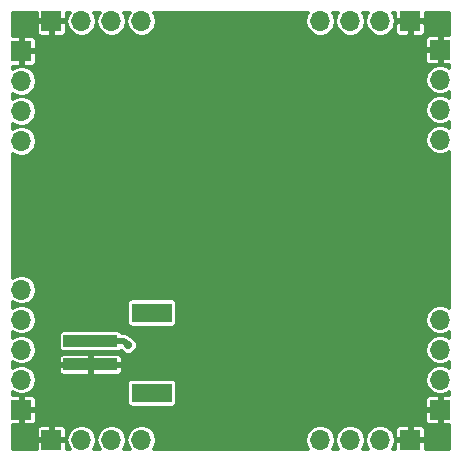
<source format=gbl>
G04 #@! TF.GenerationSoftware,KiCad,Pcbnew,5.0.2-5.0.2*
G04 #@! TF.CreationDate,2019-03-07T18:12:43+01:00*
G04 #@! TF.ProjectId,battery-manager,62617474-6572-4792-9d6d-616e61676572,rev?*
G04 #@! TF.SameCoordinates,PX7270e00PY5f5e100*
G04 #@! TF.FileFunction,Copper,L2,Bot*
G04 #@! TF.FilePolarity,Positive*
%FSLAX46Y46*%
G04 Gerber Fmt 4.6, Leading zero omitted, Abs format (unit mm)*
G04 Created by KiCad (PCBNEW 5.0.2-5.0.2) date Do 07 Mär 2019 18:12:43 CET*
%MOMM*%
%LPD*%
G01*
G04 APERTURE LIST*
G04 #@! TA.AperFunction,SMDPad,CuDef*
%ADD10R,4.599940X0.998220*%
G04 #@! TD*
G04 #@! TA.AperFunction,SMDPad,CuDef*
%ADD11R,3.398520X1.597660*%
G04 #@! TD*
G04 #@! TA.AperFunction,ComponentPad*
%ADD12O,1.700000X1.700000*%
G04 #@! TD*
G04 #@! TA.AperFunction,ComponentPad*
%ADD13R,1.700000X1.700000*%
G04 #@! TD*
G04 #@! TA.AperFunction,ViaPad*
%ADD14C,0.400000*%
G04 #@! TD*
G04 #@! TA.AperFunction,ViaPad*
%ADD15C,0.700000*%
G04 #@! TD*
G04 #@! TA.AperFunction,Conductor*
%ADD16C,0.508000*%
G04 #@! TD*
G04 #@! TA.AperFunction,Conductor*
%ADD17C,0.254000*%
G04 #@! TD*
G04 APERTURE END LIST*
D10*
G04 #@! TO.P,J10,1*
G04 #@! TO.N,GND*
X7124929Y7649721D03*
G04 #@! TO.P,J10,2*
G04 #@! TO.N,/BAT*
X7124929Y9646161D03*
D11*
G04 #@! TO.P,J10,NC1*
G04 #@! TO.N,Net-(J10-PadNC1)*
X12321769Y5249421D03*
G04 #@! TO.P,J10,NC2*
G04 #@! TO.N,Net-(J10-PadNC2)*
X12321769Y12046461D03*
G04 #@! TD*
D12*
G04 #@! TO.P,J8,4*
G04 #@! TO.N,Net-(J8-Pad4)*
X36730000Y11430000D03*
G04 #@! TO.P,J8,3*
G04 #@! TO.N,Net-(J8-Pad3)*
X36730000Y8890000D03*
G04 #@! TO.P,J8,2*
G04 #@! TO.N,Net-(J8-Pad2)*
X36730000Y6350000D03*
D13*
G04 #@! TO.P,J8,1*
G04 #@! TO.N,GND*
X36730000Y3810000D03*
G04 #@! TD*
G04 #@! TO.P,J7,1*
G04 #@! TO.N,GND*
X34190000Y36730000D03*
D12*
G04 #@! TO.P,J7,2*
G04 #@! TO.N,Net-(J7-Pad2)*
X31650000Y36730000D03*
G04 #@! TO.P,J7,3*
G04 #@! TO.N,Net-(J7-Pad3)*
X29110000Y36730000D03*
G04 #@! TO.P,J7,4*
G04 #@! TO.N,Net-(J7-Pad4)*
X26570000Y36730000D03*
G04 #@! TD*
D13*
G04 #@! TO.P,J2,1*
G04 #@! TO.N,GND*
X34190000Y1270000D03*
D12*
G04 #@! TO.P,J2,2*
G04 #@! TO.N,Net-(J2-Pad2)*
X31650000Y1270000D03*
G04 #@! TO.P,J2,3*
G04 #@! TO.N,Net-(J2-Pad3)*
X29110000Y1270000D03*
G04 #@! TO.P,J2,4*
G04 #@! TO.N,Net-(J2-Pad4)*
X26570000Y1270000D03*
G04 #@! TD*
G04 #@! TO.P,J3,4*
G04 #@! TO.N,Net-(J3-Pad4)*
X36730000Y26670000D03*
G04 #@! TO.P,J3,3*
G04 #@! TO.N,Net-(J3-Pad3)*
X36730000Y29210000D03*
G04 #@! TO.P,J3,2*
G04 #@! TO.N,Net-(J3-Pad2)*
X36730000Y31750000D03*
D13*
G04 #@! TO.P,J3,1*
G04 #@! TO.N,GND*
X36730000Y34290000D03*
G04 #@! TD*
G04 #@! TO.P,J5,1*
G04 #@! TO.N,GND*
X3810000Y1270000D03*
D12*
G04 #@! TO.P,J5,2*
G04 #@! TO.N,Net-(J5-Pad2)*
X6350000Y1270000D03*
G04 #@! TO.P,J5,3*
G04 #@! TO.N,Net-(J5-Pad3)*
X8890000Y1270000D03*
G04 #@! TO.P,J5,4*
G04 #@! TO.N,Net-(J5-Pad4)*
X11430000Y1270000D03*
G04 #@! TD*
G04 #@! TO.P,J6,4*
G04 #@! TO.N,Net-(J6-Pad4)*
X1270000Y26570000D03*
G04 #@! TO.P,J6,3*
G04 #@! TO.N,Net-(J6-Pad3)*
X1270000Y29110000D03*
G04 #@! TO.P,J6,2*
G04 #@! TO.N,/VOUT*
X1270000Y31650000D03*
D13*
G04 #@! TO.P,J6,1*
G04 #@! TO.N,GND*
X1270000Y34190000D03*
G04 #@! TD*
G04 #@! TO.P,J4,1*
G04 #@! TO.N,GND*
X3810000Y36730000D03*
D12*
G04 #@! TO.P,J4,2*
G04 #@! TO.N,Net-(J4-Pad2)*
X6350000Y36730000D03*
G04 #@! TO.P,J4,3*
G04 #@! TO.N,Net-(J4-Pad3)*
X8890000Y36730000D03*
G04 #@! TO.P,J4,4*
G04 #@! TO.N,Net-(J4-Pad4)*
X11430000Y36730000D03*
G04 #@! TD*
D13*
G04 #@! TO.P,J1,1*
G04 #@! TO.N,GND*
X1270000Y3810000D03*
D12*
G04 #@! TO.P,J1,2*
G04 #@! TO.N,Net-(J1-Pad2)*
X1270000Y6350000D03*
G04 #@! TO.P,J1,3*
G04 #@! TO.N,Net-(J1-Pad3)*
X1270000Y8890000D03*
G04 #@! TO.P,J1,4*
G04 #@! TO.N,Net-(J1-Pad4)*
X1270000Y11430000D03*
G04 #@! TO.P,J1,5*
G04 #@! TO.N,/USB_VBUS*
X1270000Y13970000D03*
G04 #@! TD*
D14*
G04 #@! TO.N,GND*
X5823169Y8597942D03*
X8723169Y8597942D03*
X7973170Y8597943D03*
X7273169Y8597942D03*
X6523169Y8597942D03*
X14984409Y21518714D03*
X14184408Y21518714D03*
X13384409Y21518714D03*
X14984408Y22318714D03*
X14184409Y22318714D03*
X13384409Y22318713D03*
X14984409Y23118714D03*
X14184409Y23118713D03*
X13384409Y23118714D03*
X11873170Y16097942D03*
X10773170Y20597942D03*
X10023168Y20597942D03*
X12573169Y34297941D03*
X11773169Y34297942D03*
X10073169Y34297941D03*
X9073169Y34297942D03*
X7423169Y33647942D03*
X6673169Y33647942D03*
X19773169Y35847941D03*
X18973169Y35847942D03*
X14823169Y18447956D03*
X15273169Y26547941D03*
X15273169Y28097942D03*
X6973169Y22597942D03*
X6973169Y24397943D03*
X6973169Y25997942D03*
X10123169Y11297942D03*
X10123170Y11997942D03*
X9523169Y13597941D03*
X16623168Y9297942D03*
X15873169Y9297942D03*
X15173170Y9297942D03*
X14423168Y9297942D03*
X13723169Y9297942D03*
X7073169Y19197941D03*
X7073169Y20047942D03*
X11873168Y17147942D03*
X9523168Y14579290D03*
X6950000Y27600000D03*
D15*
G04 #@! TO.N,/BAT*
X10300000Y9300000D03*
G04 #@! TD*
D16*
G04 #@! TO.N,/BAT*
X7124929Y9646161D02*
X9953839Y9646161D01*
X9953839Y9646161D02*
X10300000Y9300000D01*
G04 #@! TD*
D17*
G04 #@! TO.N,GND*
G36*
X2579000Y36952250D02*
X2674250Y36857000D01*
X3683000Y36857000D01*
X3683000Y36877000D01*
X3937000Y36877000D01*
X3937000Y36857000D01*
X4945750Y36857000D01*
X5041000Y36952250D01*
X5041000Y37469000D01*
X5363274Y37469000D01*
X5190424Y37210312D01*
X5094884Y36730000D01*
X5190424Y36249688D01*
X5462499Y35842499D01*
X5869688Y35570424D01*
X6228761Y35499000D01*
X6471239Y35499000D01*
X6830312Y35570424D01*
X7237501Y35842499D01*
X7509576Y36249688D01*
X7605116Y36730000D01*
X7509576Y37210312D01*
X7336726Y37469000D01*
X7903274Y37469000D01*
X7730424Y37210312D01*
X7634884Y36730000D01*
X7730424Y36249688D01*
X8002499Y35842499D01*
X8409688Y35570424D01*
X8768761Y35499000D01*
X9011239Y35499000D01*
X9370312Y35570424D01*
X9777501Y35842499D01*
X10049576Y36249688D01*
X10145116Y36730000D01*
X10049576Y37210312D01*
X9876726Y37469000D01*
X10443274Y37469000D01*
X10270424Y37210312D01*
X10174884Y36730000D01*
X10270424Y36249688D01*
X10542499Y35842499D01*
X10949688Y35570424D01*
X11308761Y35499000D01*
X11551239Y35499000D01*
X11910312Y35570424D01*
X12317501Y35842499D01*
X12589576Y36249688D01*
X12685116Y36730000D01*
X12589576Y37210312D01*
X12416726Y37469000D01*
X25583274Y37469000D01*
X25410424Y37210312D01*
X25314884Y36730000D01*
X25410424Y36249688D01*
X25682499Y35842499D01*
X26089688Y35570424D01*
X26448761Y35499000D01*
X26691239Y35499000D01*
X27050312Y35570424D01*
X27457501Y35842499D01*
X27729576Y36249688D01*
X27825116Y36730000D01*
X27729576Y37210312D01*
X27556726Y37469000D01*
X28123274Y37469000D01*
X27950424Y37210312D01*
X27854884Y36730000D01*
X27950424Y36249688D01*
X28222499Y35842499D01*
X28629688Y35570424D01*
X28988761Y35499000D01*
X29231239Y35499000D01*
X29590312Y35570424D01*
X29997501Y35842499D01*
X30269576Y36249688D01*
X30365116Y36730000D01*
X30269576Y37210312D01*
X30096726Y37469000D01*
X30663274Y37469000D01*
X30490424Y37210312D01*
X30394884Y36730000D01*
X30490424Y36249688D01*
X30762499Y35842499D01*
X31169688Y35570424D01*
X31528761Y35499000D01*
X31771239Y35499000D01*
X32130312Y35570424D01*
X32537501Y35842499D01*
X32809576Y36249688D01*
X32860907Y36507750D01*
X32959000Y36507750D01*
X32959000Y35804214D01*
X33017004Y35664180D01*
X33124181Y35557004D01*
X33264215Y35499000D01*
X33967750Y35499000D01*
X34063000Y35594250D01*
X34063000Y36603000D01*
X34317000Y36603000D01*
X34317000Y35594250D01*
X34412250Y35499000D01*
X35115785Y35499000D01*
X35255819Y35557004D01*
X35362996Y35664180D01*
X35421000Y35804214D01*
X35421000Y36507750D01*
X35325750Y36603000D01*
X34317000Y36603000D01*
X34063000Y36603000D01*
X33054250Y36603000D01*
X32959000Y36507750D01*
X32860907Y36507750D01*
X32905116Y36730000D01*
X32809576Y37210312D01*
X32636726Y37469000D01*
X32959000Y37469000D01*
X32959000Y36952250D01*
X33054250Y36857000D01*
X34063000Y36857000D01*
X34063000Y36877000D01*
X34317000Y36877000D01*
X34317000Y36857000D01*
X35325750Y36857000D01*
X35421000Y36952250D01*
X35421000Y37469000D01*
X37469001Y37469000D01*
X37469001Y35521000D01*
X36952250Y35521000D01*
X36857000Y35425750D01*
X36857000Y34417000D01*
X36877000Y34417000D01*
X36877000Y34163000D01*
X36857000Y34163000D01*
X36857000Y33154250D01*
X36952250Y33059000D01*
X37469001Y33059000D01*
X37469001Y32736726D01*
X37210312Y32909576D01*
X36851239Y32981000D01*
X36608761Y32981000D01*
X36249688Y32909576D01*
X35842499Y32637501D01*
X35570424Y32230312D01*
X35474884Y31750000D01*
X35570424Y31269688D01*
X35842499Y30862499D01*
X36249688Y30590424D01*
X36608761Y30519000D01*
X36851239Y30519000D01*
X37210312Y30590424D01*
X37469001Y30763274D01*
X37469001Y30196726D01*
X37210312Y30369576D01*
X36851239Y30441000D01*
X36608761Y30441000D01*
X36249688Y30369576D01*
X35842499Y30097501D01*
X35570424Y29690312D01*
X35474884Y29210000D01*
X35570424Y28729688D01*
X35842499Y28322499D01*
X36249688Y28050424D01*
X36608761Y27979000D01*
X36851239Y27979000D01*
X37210312Y28050424D01*
X37469001Y28223274D01*
X37469001Y27656726D01*
X37210312Y27829576D01*
X36851239Y27901000D01*
X36608761Y27901000D01*
X36249688Y27829576D01*
X35842499Y27557501D01*
X35570424Y27150312D01*
X35474884Y26670000D01*
X35570424Y26189688D01*
X35842499Y25782499D01*
X36249688Y25510424D01*
X36608761Y25439000D01*
X36851239Y25439000D01*
X37210312Y25510424D01*
X37469001Y25683274D01*
X37469000Y12416726D01*
X37210312Y12589576D01*
X36851239Y12661000D01*
X36608761Y12661000D01*
X36249688Y12589576D01*
X35842499Y12317501D01*
X35570424Y11910312D01*
X35474884Y11430000D01*
X35570424Y10949688D01*
X35842499Y10542499D01*
X36249688Y10270424D01*
X36608761Y10199000D01*
X36851239Y10199000D01*
X37210312Y10270424D01*
X37469000Y10443274D01*
X37469000Y9876726D01*
X37210312Y10049576D01*
X36851239Y10121000D01*
X36608761Y10121000D01*
X36249688Y10049576D01*
X35842499Y9777501D01*
X35570424Y9370312D01*
X35474884Y8890000D01*
X35570424Y8409688D01*
X35842499Y8002499D01*
X36249688Y7730424D01*
X36608761Y7659000D01*
X36851239Y7659000D01*
X37210312Y7730424D01*
X37469000Y7903274D01*
X37469000Y7336726D01*
X37210312Y7509576D01*
X36851239Y7581000D01*
X36608761Y7581000D01*
X36249688Y7509576D01*
X35842499Y7237501D01*
X35570424Y6830312D01*
X35474884Y6350000D01*
X35570424Y5869688D01*
X35842499Y5462499D01*
X36249688Y5190424D01*
X36608761Y5119000D01*
X36851239Y5119000D01*
X37210312Y5190424D01*
X37469000Y5363274D01*
X37469000Y5041000D01*
X36952250Y5041000D01*
X36857000Y4945750D01*
X36857000Y3937000D01*
X36877000Y3937000D01*
X36877000Y3683000D01*
X36857000Y3683000D01*
X36857000Y2674250D01*
X36952250Y2579000D01*
X37469000Y2579000D01*
X37469000Y531000D01*
X35421000Y531000D01*
X35421000Y1047750D01*
X35325750Y1143000D01*
X34317000Y1143000D01*
X34317000Y1123000D01*
X34063000Y1123000D01*
X34063000Y1143000D01*
X33054250Y1143000D01*
X32959000Y1047750D01*
X32959000Y531000D01*
X32636726Y531000D01*
X32809576Y789688D01*
X32905116Y1270000D01*
X32809576Y1750312D01*
X32537501Y2157501D01*
X32480204Y2195786D01*
X32959000Y2195786D01*
X32959000Y1492250D01*
X33054250Y1397000D01*
X34063000Y1397000D01*
X34063000Y2405750D01*
X34317000Y2405750D01*
X34317000Y1397000D01*
X35325750Y1397000D01*
X35421000Y1492250D01*
X35421000Y2195786D01*
X35362996Y2335820D01*
X35255819Y2442996D01*
X35115785Y2501000D01*
X34412250Y2501000D01*
X34317000Y2405750D01*
X34063000Y2405750D01*
X33967750Y2501000D01*
X33264215Y2501000D01*
X33124181Y2442996D01*
X33017004Y2335820D01*
X32959000Y2195786D01*
X32480204Y2195786D01*
X32130312Y2429576D01*
X31771239Y2501000D01*
X31528761Y2501000D01*
X31169688Y2429576D01*
X30762499Y2157501D01*
X30490424Y1750312D01*
X30394884Y1270000D01*
X30490424Y789688D01*
X30663274Y531000D01*
X30096726Y531000D01*
X30269576Y789688D01*
X30365116Y1270000D01*
X30269576Y1750312D01*
X29997501Y2157501D01*
X29590312Y2429576D01*
X29231239Y2501000D01*
X28988761Y2501000D01*
X28629688Y2429576D01*
X28222499Y2157501D01*
X27950424Y1750312D01*
X27854884Y1270000D01*
X27950424Y789688D01*
X28123274Y531000D01*
X27556726Y531000D01*
X27729576Y789688D01*
X27825116Y1270000D01*
X27729576Y1750312D01*
X27457501Y2157501D01*
X27050312Y2429576D01*
X26691239Y2501000D01*
X26448761Y2501000D01*
X26089688Y2429576D01*
X25682499Y2157501D01*
X25410424Y1750312D01*
X25314884Y1270000D01*
X25410424Y789688D01*
X25583274Y531000D01*
X12416726Y531000D01*
X12589576Y789688D01*
X12685116Y1270000D01*
X12589576Y1750312D01*
X12317501Y2157501D01*
X11910312Y2429576D01*
X11551239Y2501000D01*
X11308761Y2501000D01*
X10949688Y2429576D01*
X10542499Y2157501D01*
X10270424Y1750312D01*
X10174884Y1270000D01*
X10270424Y789688D01*
X10443274Y531000D01*
X9876726Y531000D01*
X10049576Y789688D01*
X10145116Y1270000D01*
X10049576Y1750312D01*
X9777501Y2157501D01*
X9370312Y2429576D01*
X9011239Y2501000D01*
X8768761Y2501000D01*
X8409688Y2429576D01*
X8002499Y2157501D01*
X7730424Y1750312D01*
X7634884Y1270000D01*
X7730424Y789688D01*
X7903274Y531000D01*
X7336726Y531000D01*
X7509576Y789688D01*
X7605116Y1270000D01*
X7509576Y1750312D01*
X7237501Y2157501D01*
X6830312Y2429576D01*
X6471239Y2501000D01*
X6228761Y2501000D01*
X5869688Y2429576D01*
X5462499Y2157501D01*
X5190424Y1750312D01*
X5094884Y1270000D01*
X5190424Y789688D01*
X5363274Y531000D01*
X5041000Y531000D01*
X5041000Y1047750D01*
X4945750Y1143000D01*
X3937000Y1143000D01*
X3937000Y1123000D01*
X3683000Y1123000D01*
X3683000Y1143000D01*
X2674250Y1143000D01*
X2579000Y1047750D01*
X2579000Y531000D01*
X531000Y531000D01*
X531000Y2195786D01*
X2579000Y2195786D01*
X2579000Y1492250D01*
X2674250Y1397000D01*
X3683000Y1397000D01*
X3683000Y2405750D01*
X3937000Y2405750D01*
X3937000Y1397000D01*
X4945750Y1397000D01*
X5041000Y1492250D01*
X5041000Y2195786D01*
X4982996Y2335820D01*
X4875819Y2442996D01*
X4735785Y2501000D01*
X4032250Y2501000D01*
X3937000Y2405750D01*
X3683000Y2405750D01*
X3587750Y2501000D01*
X2884215Y2501000D01*
X2744181Y2442996D01*
X2637004Y2335820D01*
X2579000Y2195786D01*
X531000Y2195786D01*
X531000Y2579000D01*
X1047750Y2579000D01*
X1143000Y2674250D01*
X1143000Y3683000D01*
X1397000Y3683000D01*
X1397000Y2674250D01*
X1492250Y2579000D01*
X2195786Y2579000D01*
X2335820Y2637004D01*
X2442996Y2744181D01*
X2501000Y2884215D01*
X2501000Y3587750D01*
X35499000Y3587750D01*
X35499000Y2884215D01*
X35557004Y2744181D01*
X35664180Y2637004D01*
X35804214Y2579000D01*
X36507750Y2579000D01*
X36603000Y2674250D01*
X36603000Y3683000D01*
X35594250Y3683000D01*
X35499000Y3587750D01*
X2501000Y3587750D01*
X2405750Y3683000D01*
X1397000Y3683000D01*
X1143000Y3683000D01*
X1123000Y3683000D01*
X1123000Y3937000D01*
X1143000Y3937000D01*
X1143000Y4945750D01*
X1397000Y4945750D01*
X1397000Y3937000D01*
X2405750Y3937000D01*
X2501000Y4032250D01*
X2501000Y4735785D01*
X2442996Y4875819D01*
X2335820Y4982996D01*
X2195786Y5041000D01*
X1492250Y5041000D01*
X1397000Y4945750D01*
X1143000Y4945750D01*
X1047750Y5041000D01*
X531000Y5041000D01*
X531000Y5363274D01*
X789688Y5190424D01*
X1148761Y5119000D01*
X1391239Y5119000D01*
X1750312Y5190424D01*
X2157501Y5462499D01*
X2429576Y5869688D01*
X2465094Y6048251D01*
X10234045Y6048251D01*
X10234045Y4450591D01*
X10263615Y4301932D01*
X10347823Y4175905D01*
X10473850Y4091697D01*
X10622509Y4062127D01*
X14021029Y4062127D01*
X14169688Y4091697D01*
X14295715Y4175905D01*
X14379923Y4301932D01*
X14409493Y4450591D01*
X14409493Y4735785D01*
X35499000Y4735785D01*
X35499000Y4032250D01*
X35594250Y3937000D01*
X36603000Y3937000D01*
X36603000Y4945750D01*
X36507750Y5041000D01*
X35804214Y5041000D01*
X35664180Y4982996D01*
X35557004Y4875819D01*
X35499000Y4735785D01*
X14409493Y4735785D01*
X14409493Y6048251D01*
X14379923Y6196910D01*
X14295715Y6322937D01*
X14169688Y6407145D01*
X14021029Y6436715D01*
X10622509Y6436715D01*
X10473850Y6407145D01*
X10347823Y6322937D01*
X10263615Y6196910D01*
X10234045Y6048251D01*
X2465094Y6048251D01*
X2525116Y6350000D01*
X2429576Y6830312D01*
X2157501Y7237501D01*
X1873191Y7427471D01*
X4443959Y7427471D01*
X4443959Y7074825D01*
X4501963Y6934791D01*
X4609140Y6827615D01*
X4749174Y6769611D01*
X6902679Y6769611D01*
X6997929Y6864861D01*
X6997929Y7522721D01*
X7251929Y7522721D01*
X7251929Y6864861D01*
X7347179Y6769611D01*
X9500684Y6769611D01*
X9640718Y6827615D01*
X9747895Y6934791D01*
X9805899Y7074825D01*
X9805899Y7427471D01*
X9710649Y7522721D01*
X7251929Y7522721D01*
X6997929Y7522721D01*
X4539209Y7522721D01*
X4443959Y7427471D01*
X1873191Y7427471D01*
X1750312Y7509576D01*
X1391239Y7581000D01*
X1148761Y7581000D01*
X789688Y7509576D01*
X531000Y7336726D01*
X531000Y7903274D01*
X789688Y7730424D01*
X1148761Y7659000D01*
X1391239Y7659000D01*
X1750312Y7730424D01*
X2157501Y8002499D01*
X2305915Y8224617D01*
X4443959Y8224617D01*
X4443959Y7871971D01*
X4539209Y7776721D01*
X6997929Y7776721D01*
X6997929Y8434581D01*
X7251929Y8434581D01*
X7251929Y7776721D01*
X9710649Y7776721D01*
X9805899Y7871971D01*
X9805899Y8224617D01*
X9747895Y8364651D01*
X9640718Y8471827D01*
X9500684Y8529831D01*
X7347179Y8529831D01*
X7251929Y8434581D01*
X6997929Y8434581D01*
X6902679Y8529831D01*
X4749174Y8529831D01*
X4609140Y8471827D01*
X4501963Y8364651D01*
X4443959Y8224617D01*
X2305915Y8224617D01*
X2429576Y8409688D01*
X2525116Y8890000D01*
X2429576Y9370312D01*
X2157501Y9777501D01*
X1750312Y10049576D01*
X1391239Y10121000D01*
X1148761Y10121000D01*
X789688Y10049576D01*
X531000Y9876726D01*
X531000Y10145271D01*
X4436495Y10145271D01*
X4436495Y9147051D01*
X4466065Y8998392D01*
X4550273Y8872365D01*
X4676300Y8788157D01*
X4824959Y8758587D01*
X9424899Y8758587D01*
X9573558Y8788157D01*
X9696144Y8870066D01*
X9885922Y8680288D01*
X10154595Y8569000D01*
X10445405Y8569000D01*
X10714078Y8680288D01*
X10919712Y8885922D01*
X11031000Y9154595D01*
X11031000Y9445405D01*
X10919712Y9714078D01*
X10714078Y9919712D01*
X10482311Y10015713D01*
X10447077Y10050947D01*
X10411648Y10103970D01*
X10201604Y10244318D01*
X10016380Y10281161D01*
X10016376Y10281161D01*
X9953839Y10293600D01*
X9891302Y10281161D01*
X9786333Y10281161D01*
X9783793Y10293930D01*
X9699585Y10419957D01*
X9573558Y10504165D01*
X9424899Y10533735D01*
X4824959Y10533735D01*
X4676300Y10504165D01*
X4550273Y10419957D01*
X4466065Y10293930D01*
X4436495Y10145271D01*
X531000Y10145271D01*
X531000Y10443274D01*
X789688Y10270424D01*
X1148761Y10199000D01*
X1391239Y10199000D01*
X1750312Y10270424D01*
X2157501Y10542499D01*
X2429576Y10949688D01*
X2525116Y11430000D01*
X2429576Y11910312D01*
X2157501Y12317501D01*
X1750312Y12589576D01*
X1391239Y12661000D01*
X1148761Y12661000D01*
X789688Y12589576D01*
X531000Y12416726D01*
X531000Y12983274D01*
X789688Y12810424D01*
X1148761Y12739000D01*
X1391239Y12739000D01*
X1750312Y12810424D01*
X1802494Y12845291D01*
X10234045Y12845291D01*
X10234045Y11247631D01*
X10263615Y11098972D01*
X10347823Y10972945D01*
X10473850Y10888737D01*
X10622509Y10859167D01*
X14021029Y10859167D01*
X14169688Y10888737D01*
X14295715Y10972945D01*
X14379923Y11098972D01*
X14409493Y11247631D01*
X14409493Y12845291D01*
X14379923Y12993950D01*
X14295715Y13119977D01*
X14169688Y13204185D01*
X14021029Y13233755D01*
X10622509Y13233755D01*
X10473850Y13204185D01*
X10347823Y13119977D01*
X10263615Y12993950D01*
X10234045Y12845291D01*
X1802494Y12845291D01*
X2157501Y13082499D01*
X2429576Y13489688D01*
X2525116Y13970000D01*
X2429576Y14450312D01*
X2157501Y14857501D01*
X1750312Y15129576D01*
X1391239Y15201000D01*
X1148761Y15201000D01*
X789688Y15129576D01*
X531000Y14956726D01*
X531000Y25583274D01*
X789688Y25410424D01*
X1148761Y25339000D01*
X1391239Y25339000D01*
X1750312Y25410424D01*
X2157501Y25682499D01*
X2429576Y26089688D01*
X2525116Y26570000D01*
X2429576Y27050312D01*
X2157501Y27457501D01*
X1750312Y27729576D01*
X1391239Y27801000D01*
X1148761Y27801000D01*
X789688Y27729576D01*
X531000Y27556726D01*
X531000Y28123274D01*
X789688Y27950424D01*
X1148761Y27879000D01*
X1391239Y27879000D01*
X1750312Y27950424D01*
X2157501Y28222499D01*
X2429576Y28629688D01*
X2525116Y29110000D01*
X2429576Y29590312D01*
X2157501Y29997501D01*
X1750312Y30269576D01*
X1391239Y30341000D01*
X1148761Y30341000D01*
X789688Y30269576D01*
X531000Y30096726D01*
X531000Y30663274D01*
X789688Y30490424D01*
X1148761Y30419000D01*
X1391239Y30419000D01*
X1750312Y30490424D01*
X2157501Y30762499D01*
X2429576Y31169688D01*
X2525116Y31650000D01*
X2429576Y32130312D01*
X2157501Y32537501D01*
X1750312Y32809576D01*
X1391239Y32881000D01*
X1148761Y32881000D01*
X789688Y32809576D01*
X531000Y32636726D01*
X531000Y32959000D01*
X1047750Y32959000D01*
X1143000Y33054250D01*
X1143000Y34063000D01*
X1397000Y34063000D01*
X1397000Y33054250D01*
X1492250Y32959000D01*
X2195786Y32959000D01*
X2335820Y33017004D01*
X2442996Y33124181D01*
X2501000Y33264215D01*
X2501000Y33967750D01*
X2405750Y34063000D01*
X1397000Y34063000D01*
X1143000Y34063000D01*
X1123000Y34063000D01*
X1123000Y34067750D01*
X35499000Y34067750D01*
X35499000Y33364215D01*
X35557004Y33224181D01*
X35664180Y33117004D01*
X35804214Y33059000D01*
X36507750Y33059000D01*
X36603000Y33154250D01*
X36603000Y34163000D01*
X35594250Y34163000D01*
X35499000Y34067750D01*
X1123000Y34067750D01*
X1123000Y34317000D01*
X1143000Y34317000D01*
X1143000Y35325750D01*
X1397000Y35325750D01*
X1397000Y34317000D01*
X2405750Y34317000D01*
X2501000Y34412250D01*
X2501000Y35115785D01*
X2459579Y35215785D01*
X35499000Y35215785D01*
X35499000Y34512250D01*
X35594250Y34417000D01*
X36603000Y34417000D01*
X36603000Y35425750D01*
X36507750Y35521000D01*
X35804214Y35521000D01*
X35664180Y35462996D01*
X35557004Y35355819D01*
X35499000Y35215785D01*
X2459579Y35215785D01*
X2442996Y35255819D01*
X2335820Y35362996D01*
X2195786Y35421000D01*
X1492250Y35421000D01*
X1397000Y35325750D01*
X1143000Y35325750D01*
X1047750Y35421000D01*
X531000Y35421000D01*
X531000Y36507750D01*
X2579000Y36507750D01*
X2579000Y35804214D01*
X2637004Y35664180D01*
X2744181Y35557004D01*
X2884215Y35499000D01*
X3587750Y35499000D01*
X3683000Y35594250D01*
X3683000Y36603000D01*
X3937000Y36603000D01*
X3937000Y35594250D01*
X4032250Y35499000D01*
X4735785Y35499000D01*
X4875819Y35557004D01*
X4982996Y35664180D01*
X5041000Y35804214D01*
X5041000Y36507750D01*
X4945750Y36603000D01*
X3937000Y36603000D01*
X3683000Y36603000D01*
X2674250Y36603000D01*
X2579000Y36507750D01*
X531000Y36507750D01*
X531000Y37469000D01*
X2579000Y37469000D01*
X2579000Y36952250D01*
X2579000Y36952250D01*
G37*
X2579000Y36952250D02*
X2674250Y36857000D01*
X3683000Y36857000D01*
X3683000Y36877000D01*
X3937000Y36877000D01*
X3937000Y36857000D01*
X4945750Y36857000D01*
X5041000Y36952250D01*
X5041000Y37469000D01*
X5363274Y37469000D01*
X5190424Y37210312D01*
X5094884Y36730000D01*
X5190424Y36249688D01*
X5462499Y35842499D01*
X5869688Y35570424D01*
X6228761Y35499000D01*
X6471239Y35499000D01*
X6830312Y35570424D01*
X7237501Y35842499D01*
X7509576Y36249688D01*
X7605116Y36730000D01*
X7509576Y37210312D01*
X7336726Y37469000D01*
X7903274Y37469000D01*
X7730424Y37210312D01*
X7634884Y36730000D01*
X7730424Y36249688D01*
X8002499Y35842499D01*
X8409688Y35570424D01*
X8768761Y35499000D01*
X9011239Y35499000D01*
X9370312Y35570424D01*
X9777501Y35842499D01*
X10049576Y36249688D01*
X10145116Y36730000D01*
X10049576Y37210312D01*
X9876726Y37469000D01*
X10443274Y37469000D01*
X10270424Y37210312D01*
X10174884Y36730000D01*
X10270424Y36249688D01*
X10542499Y35842499D01*
X10949688Y35570424D01*
X11308761Y35499000D01*
X11551239Y35499000D01*
X11910312Y35570424D01*
X12317501Y35842499D01*
X12589576Y36249688D01*
X12685116Y36730000D01*
X12589576Y37210312D01*
X12416726Y37469000D01*
X25583274Y37469000D01*
X25410424Y37210312D01*
X25314884Y36730000D01*
X25410424Y36249688D01*
X25682499Y35842499D01*
X26089688Y35570424D01*
X26448761Y35499000D01*
X26691239Y35499000D01*
X27050312Y35570424D01*
X27457501Y35842499D01*
X27729576Y36249688D01*
X27825116Y36730000D01*
X27729576Y37210312D01*
X27556726Y37469000D01*
X28123274Y37469000D01*
X27950424Y37210312D01*
X27854884Y36730000D01*
X27950424Y36249688D01*
X28222499Y35842499D01*
X28629688Y35570424D01*
X28988761Y35499000D01*
X29231239Y35499000D01*
X29590312Y35570424D01*
X29997501Y35842499D01*
X30269576Y36249688D01*
X30365116Y36730000D01*
X30269576Y37210312D01*
X30096726Y37469000D01*
X30663274Y37469000D01*
X30490424Y37210312D01*
X30394884Y36730000D01*
X30490424Y36249688D01*
X30762499Y35842499D01*
X31169688Y35570424D01*
X31528761Y35499000D01*
X31771239Y35499000D01*
X32130312Y35570424D01*
X32537501Y35842499D01*
X32809576Y36249688D01*
X32860907Y36507750D01*
X32959000Y36507750D01*
X32959000Y35804214D01*
X33017004Y35664180D01*
X33124181Y35557004D01*
X33264215Y35499000D01*
X33967750Y35499000D01*
X34063000Y35594250D01*
X34063000Y36603000D01*
X34317000Y36603000D01*
X34317000Y35594250D01*
X34412250Y35499000D01*
X35115785Y35499000D01*
X35255819Y35557004D01*
X35362996Y35664180D01*
X35421000Y35804214D01*
X35421000Y36507750D01*
X35325750Y36603000D01*
X34317000Y36603000D01*
X34063000Y36603000D01*
X33054250Y36603000D01*
X32959000Y36507750D01*
X32860907Y36507750D01*
X32905116Y36730000D01*
X32809576Y37210312D01*
X32636726Y37469000D01*
X32959000Y37469000D01*
X32959000Y36952250D01*
X33054250Y36857000D01*
X34063000Y36857000D01*
X34063000Y36877000D01*
X34317000Y36877000D01*
X34317000Y36857000D01*
X35325750Y36857000D01*
X35421000Y36952250D01*
X35421000Y37469000D01*
X37469001Y37469000D01*
X37469001Y35521000D01*
X36952250Y35521000D01*
X36857000Y35425750D01*
X36857000Y34417000D01*
X36877000Y34417000D01*
X36877000Y34163000D01*
X36857000Y34163000D01*
X36857000Y33154250D01*
X36952250Y33059000D01*
X37469001Y33059000D01*
X37469001Y32736726D01*
X37210312Y32909576D01*
X36851239Y32981000D01*
X36608761Y32981000D01*
X36249688Y32909576D01*
X35842499Y32637501D01*
X35570424Y32230312D01*
X35474884Y31750000D01*
X35570424Y31269688D01*
X35842499Y30862499D01*
X36249688Y30590424D01*
X36608761Y30519000D01*
X36851239Y30519000D01*
X37210312Y30590424D01*
X37469001Y30763274D01*
X37469001Y30196726D01*
X37210312Y30369576D01*
X36851239Y30441000D01*
X36608761Y30441000D01*
X36249688Y30369576D01*
X35842499Y30097501D01*
X35570424Y29690312D01*
X35474884Y29210000D01*
X35570424Y28729688D01*
X35842499Y28322499D01*
X36249688Y28050424D01*
X36608761Y27979000D01*
X36851239Y27979000D01*
X37210312Y28050424D01*
X37469001Y28223274D01*
X37469001Y27656726D01*
X37210312Y27829576D01*
X36851239Y27901000D01*
X36608761Y27901000D01*
X36249688Y27829576D01*
X35842499Y27557501D01*
X35570424Y27150312D01*
X35474884Y26670000D01*
X35570424Y26189688D01*
X35842499Y25782499D01*
X36249688Y25510424D01*
X36608761Y25439000D01*
X36851239Y25439000D01*
X37210312Y25510424D01*
X37469001Y25683274D01*
X37469000Y12416726D01*
X37210312Y12589576D01*
X36851239Y12661000D01*
X36608761Y12661000D01*
X36249688Y12589576D01*
X35842499Y12317501D01*
X35570424Y11910312D01*
X35474884Y11430000D01*
X35570424Y10949688D01*
X35842499Y10542499D01*
X36249688Y10270424D01*
X36608761Y10199000D01*
X36851239Y10199000D01*
X37210312Y10270424D01*
X37469000Y10443274D01*
X37469000Y9876726D01*
X37210312Y10049576D01*
X36851239Y10121000D01*
X36608761Y10121000D01*
X36249688Y10049576D01*
X35842499Y9777501D01*
X35570424Y9370312D01*
X35474884Y8890000D01*
X35570424Y8409688D01*
X35842499Y8002499D01*
X36249688Y7730424D01*
X36608761Y7659000D01*
X36851239Y7659000D01*
X37210312Y7730424D01*
X37469000Y7903274D01*
X37469000Y7336726D01*
X37210312Y7509576D01*
X36851239Y7581000D01*
X36608761Y7581000D01*
X36249688Y7509576D01*
X35842499Y7237501D01*
X35570424Y6830312D01*
X35474884Y6350000D01*
X35570424Y5869688D01*
X35842499Y5462499D01*
X36249688Y5190424D01*
X36608761Y5119000D01*
X36851239Y5119000D01*
X37210312Y5190424D01*
X37469000Y5363274D01*
X37469000Y5041000D01*
X36952250Y5041000D01*
X36857000Y4945750D01*
X36857000Y3937000D01*
X36877000Y3937000D01*
X36877000Y3683000D01*
X36857000Y3683000D01*
X36857000Y2674250D01*
X36952250Y2579000D01*
X37469000Y2579000D01*
X37469000Y531000D01*
X35421000Y531000D01*
X35421000Y1047750D01*
X35325750Y1143000D01*
X34317000Y1143000D01*
X34317000Y1123000D01*
X34063000Y1123000D01*
X34063000Y1143000D01*
X33054250Y1143000D01*
X32959000Y1047750D01*
X32959000Y531000D01*
X32636726Y531000D01*
X32809576Y789688D01*
X32905116Y1270000D01*
X32809576Y1750312D01*
X32537501Y2157501D01*
X32480204Y2195786D01*
X32959000Y2195786D01*
X32959000Y1492250D01*
X33054250Y1397000D01*
X34063000Y1397000D01*
X34063000Y2405750D01*
X34317000Y2405750D01*
X34317000Y1397000D01*
X35325750Y1397000D01*
X35421000Y1492250D01*
X35421000Y2195786D01*
X35362996Y2335820D01*
X35255819Y2442996D01*
X35115785Y2501000D01*
X34412250Y2501000D01*
X34317000Y2405750D01*
X34063000Y2405750D01*
X33967750Y2501000D01*
X33264215Y2501000D01*
X33124181Y2442996D01*
X33017004Y2335820D01*
X32959000Y2195786D01*
X32480204Y2195786D01*
X32130312Y2429576D01*
X31771239Y2501000D01*
X31528761Y2501000D01*
X31169688Y2429576D01*
X30762499Y2157501D01*
X30490424Y1750312D01*
X30394884Y1270000D01*
X30490424Y789688D01*
X30663274Y531000D01*
X30096726Y531000D01*
X30269576Y789688D01*
X30365116Y1270000D01*
X30269576Y1750312D01*
X29997501Y2157501D01*
X29590312Y2429576D01*
X29231239Y2501000D01*
X28988761Y2501000D01*
X28629688Y2429576D01*
X28222499Y2157501D01*
X27950424Y1750312D01*
X27854884Y1270000D01*
X27950424Y789688D01*
X28123274Y531000D01*
X27556726Y531000D01*
X27729576Y789688D01*
X27825116Y1270000D01*
X27729576Y1750312D01*
X27457501Y2157501D01*
X27050312Y2429576D01*
X26691239Y2501000D01*
X26448761Y2501000D01*
X26089688Y2429576D01*
X25682499Y2157501D01*
X25410424Y1750312D01*
X25314884Y1270000D01*
X25410424Y789688D01*
X25583274Y531000D01*
X12416726Y531000D01*
X12589576Y789688D01*
X12685116Y1270000D01*
X12589576Y1750312D01*
X12317501Y2157501D01*
X11910312Y2429576D01*
X11551239Y2501000D01*
X11308761Y2501000D01*
X10949688Y2429576D01*
X10542499Y2157501D01*
X10270424Y1750312D01*
X10174884Y1270000D01*
X10270424Y789688D01*
X10443274Y531000D01*
X9876726Y531000D01*
X10049576Y789688D01*
X10145116Y1270000D01*
X10049576Y1750312D01*
X9777501Y2157501D01*
X9370312Y2429576D01*
X9011239Y2501000D01*
X8768761Y2501000D01*
X8409688Y2429576D01*
X8002499Y2157501D01*
X7730424Y1750312D01*
X7634884Y1270000D01*
X7730424Y789688D01*
X7903274Y531000D01*
X7336726Y531000D01*
X7509576Y789688D01*
X7605116Y1270000D01*
X7509576Y1750312D01*
X7237501Y2157501D01*
X6830312Y2429576D01*
X6471239Y2501000D01*
X6228761Y2501000D01*
X5869688Y2429576D01*
X5462499Y2157501D01*
X5190424Y1750312D01*
X5094884Y1270000D01*
X5190424Y789688D01*
X5363274Y531000D01*
X5041000Y531000D01*
X5041000Y1047750D01*
X4945750Y1143000D01*
X3937000Y1143000D01*
X3937000Y1123000D01*
X3683000Y1123000D01*
X3683000Y1143000D01*
X2674250Y1143000D01*
X2579000Y1047750D01*
X2579000Y531000D01*
X531000Y531000D01*
X531000Y2195786D01*
X2579000Y2195786D01*
X2579000Y1492250D01*
X2674250Y1397000D01*
X3683000Y1397000D01*
X3683000Y2405750D01*
X3937000Y2405750D01*
X3937000Y1397000D01*
X4945750Y1397000D01*
X5041000Y1492250D01*
X5041000Y2195786D01*
X4982996Y2335820D01*
X4875819Y2442996D01*
X4735785Y2501000D01*
X4032250Y2501000D01*
X3937000Y2405750D01*
X3683000Y2405750D01*
X3587750Y2501000D01*
X2884215Y2501000D01*
X2744181Y2442996D01*
X2637004Y2335820D01*
X2579000Y2195786D01*
X531000Y2195786D01*
X531000Y2579000D01*
X1047750Y2579000D01*
X1143000Y2674250D01*
X1143000Y3683000D01*
X1397000Y3683000D01*
X1397000Y2674250D01*
X1492250Y2579000D01*
X2195786Y2579000D01*
X2335820Y2637004D01*
X2442996Y2744181D01*
X2501000Y2884215D01*
X2501000Y3587750D01*
X35499000Y3587750D01*
X35499000Y2884215D01*
X35557004Y2744181D01*
X35664180Y2637004D01*
X35804214Y2579000D01*
X36507750Y2579000D01*
X36603000Y2674250D01*
X36603000Y3683000D01*
X35594250Y3683000D01*
X35499000Y3587750D01*
X2501000Y3587750D01*
X2405750Y3683000D01*
X1397000Y3683000D01*
X1143000Y3683000D01*
X1123000Y3683000D01*
X1123000Y3937000D01*
X1143000Y3937000D01*
X1143000Y4945750D01*
X1397000Y4945750D01*
X1397000Y3937000D01*
X2405750Y3937000D01*
X2501000Y4032250D01*
X2501000Y4735785D01*
X2442996Y4875819D01*
X2335820Y4982996D01*
X2195786Y5041000D01*
X1492250Y5041000D01*
X1397000Y4945750D01*
X1143000Y4945750D01*
X1047750Y5041000D01*
X531000Y5041000D01*
X531000Y5363274D01*
X789688Y5190424D01*
X1148761Y5119000D01*
X1391239Y5119000D01*
X1750312Y5190424D01*
X2157501Y5462499D01*
X2429576Y5869688D01*
X2465094Y6048251D01*
X10234045Y6048251D01*
X10234045Y4450591D01*
X10263615Y4301932D01*
X10347823Y4175905D01*
X10473850Y4091697D01*
X10622509Y4062127D01*
X14021029Y4062127D01*
X14169688Y4091697D01*
X14295715Y4175905D01*
X14379923Y4301932D01*
X14409493Y4450591D01*
X14409493Y4735785D01*
X35499000Y4735785D01*
X35499000Y4032250D01*
X35594250Y3937000D01*
X36603000Y3937000D01*
X36603000Y4945750D01*
X36507750Y5041000D01*
X35804214Y5041000D01*
X35664180Y4982996D01*
X35557004Y4875819D01*
X35499000Y4735785D01*
X14409493Y4735785D01*
X14409493Y6048251D01*
X14379923Y6196910D01*
X14295715Y6322937D01*
X14169688Y6407145D01*
X14021029Y6436715D01*
X10622509Y6436715D01*
X10473850Y6407145D01*
X10347823Y6322937D01*
X10263615Y6196910D01*
X10234045Y6048251D01*
X2465094Y6048251D01*
X2525116Y6350000D01*
X2429576Y6830312D01*
X2157501Y7237501D01*
X1873191Y7427471D01*
X4443959Y7427471D01*
X4443959Y7074825D01*
X4501963Y6934791D01*
X4609140Y6827615D01*
X4749174Y6769611D01*
X6902679Y6769611D01*
X6997929Y6864861D01*
X6997929Y7522721D01*
X7251929Y7522721D01*
X7251929Y6864861D01*
X7347179Y6769611D01*
X9500684Y6769611D01*
X9640718Y6827615D01*
X9747895Y6934791D01*
X9805899Y7074825D01*
X9805899Y7427471D01*
X9710649Y7522721D01*
X7251929Y7522721D01*
X6997929Y7522721D01*
X4539209Y7522721D01*
X4443959Y7427471D01*
X1873191Y7427471D01*
X1750312Y7509576D01*
X1391239Y7581000D01*
X1148761Y7581000D01*
X789688Y7509576D01*
X531000Y7336726D01*
X531000Y7903274D01*
X789688Y7730424D01*
X1148761Y7659000D01*
X1391239Y7659000D01*
X1750312Y7730424D01*
X2157501Y8002499D01*
X2305915Y8224617D01*
X4443959Y8224617D01*
X4443959Y7871971D01*
X4539209Y7776721D01*
X6997929Y7776721D01*
X6997929Y8434581D01*
X7251929Y8434581D01*
X7251929Y7776721D01*
X9710649Y7776721D01*
X9805899Y7871971D01*
X9805899Y8224617D01*
X9747895Y8364651D01*
X9640718Y8471827D01*
X9500684Y8529831D01*
X7347179Y8529831D01*
X7251929Y8434581D01*
X6997929Y8434581D01*
X6902679Y8529831D01*
X4749174Y8529831D01*
X4609140Y8471827D01*
X4501963Y8364651D01*
X4443959Y8224617D01*
X2305915Y8224617D01*
X2429576Y8409688D01*
X2525116Y8890000D01*
X2429576Y9370312D01*
X2157501Y9777501D01*
X1750312Y10049576D01*
X1391239Y10121000D01*
X1148761Y10121000D01*
X789688Y10049576D01*
X531000Y9876726D01*
X531000Y10145271D01*
X4436495Y10145271D01*
X4436495Y9147051D01*
X4466065Y8998392D01*
X4550273Y8872365D01*
X4676300Y8788157D01*
X4824959Y8758587D01*
X9424899Y8758587D01*
X9573558Y8788157D01*
X9696144Y8870066D01*
X9885922Y8680288D01*
X10154595Y8569000D01*
X10445405Y8569000D01*
X10714078Y8680288D01*
X10919712Y8885922D01*
X11031000Y9154595D01*
X11031000Y9445405D01*
X10919712Y9714078D01*
X10714078Y9919712D01*
X10482311Y10015713D01*
X10447077Y10050947D01*
X10411648Y10103970D01*
X10201604Y10244318D01*
X10016380Y10281161D01*
X10016376Y10281161D01*
X9953839Y10293600D01*
X9891302Y10281161D01*
X9786333Y10281161D01*
X9783793Y10293930D01*
X9699585Y10419957D01*
X9573558Y10504165D01*
X9424899Y10533735D01*
X4824959Y10533735D01*
X4676300Y10504165D01*
X4550273Y10419957D01*
X4466065Y10293930D01*
X4436495Y10145271D01*
X531000Y10145271D01*
X531000Y10443274D01*
X789688Y10270424D01*
X1148761Y10199000D01*
X1391239Y10199000D01*
X1750312Y10270424D01*
X2157501Y10542499D01*
X2429576Y10949688D01*
X2525116Y11430000D01*
X2429576Y11910312D01*
X2157501Y12317501D01*
X1750312Y12589576D01*
X1391239Y12661000D01*
X1148761Y12661000D01*
X789688Y12589576D01*
X531000Y12416726D01*
X531000Y12983274D01*
X789688Y12810424D01*
X1148761Y12739000D01*
X1391239Y12739000D01*
X1750312Y12810424D01*
X1802494Y12845291D01*
X10234045Y12845291D01*
X10234045Y11247631D01*
X10263615Y11098972D01*
X10347823Y10972945D01*
X10473850Y10888737D01*
X10622509Y10859167D01*
X14021029Y10859167D01*
X14169688Y10888737D01*
X14295715Y10972945D01*
X14379923Y11098972D01*
X14409493Y11247631D01*
X14409493Y12845291D01*
X14379923Y12993950D01*
X14295715Y13119977D01*
X14169688Y13204185D01*
X14021029Y13233755D01*
X10622509Y13233755D01*
X10473850Y13204185D01*
X10347823Y13119977D01*
X10263615Y12993950D01*
X10234045Y12845291D01*
X1802494Y12845291D01*
X2157501Y13082499D01*
X2429576Y13489688D01*
X2525116Y13970000D01*
X2429576Y14450312D01*
X2157501Y14857501D01*
X1750312Y15129576D01*
X1391239Y15201000D01*
X1148761Y15201000D01*
X789688Y15129576D01*
X531000Y14956726D01*
X531000Y25583274D01*
X789688Y25410424D01*
X1148761Y25339000D01*
X1391239Y25339000D01*
X1750312Y25410424D01*
X2157501Y25682499D01*
X2429576Y26089688D01*
X2525116Y26570000D01*
X2429576Y27050312D01*
X2157501Y27457501D01*
X1750312Y27729576D01*
X1391239Y27801000D01*
X1148761Y27801000D01*
X789688Y27729576D01*
X531000Y27556726D01*
X531000Y28123274D01*
X789688Y27950424D01*
X1148761Y27879000D01*
X1391239Y27879000D01*
X1750312Y27950424D01*
X2157501Y28222499D01*
X2429576Y28629688D01*
X2525116Y29110000D01*
X2429576Y29590312D01*
X2157501Y29997501D01*
X1750312Y30269576D01*
X1391239Y30341000D01*
X1148761Y30341000D01*
X789688Y30269576D01*
X531000Y30096726D01*
X531000Y30663274D01*
X789688Y30490424D01*
X1148761Y30419000D01*
X1391239Y30419000D01*
X1750312Y30490424D01*
X2157501Y30762499D01*
X2429576Y31169688D01*
X2525116Y31650000D01*
X2429576Y32130312D01*
X2157501Y32537501D01*
X1750312Y32809576D01*
X1391239Y32881000D01*
X1148761Y32881000D01*
X789688Y32809576D01*
X531000Y32636726D01*
X531000Y32959000D01*
X1047750Y32959000D01*
X1143000Y33054250D01*
X1143000Y34063000D01*
X1397000Y34063000D01*
X1397000Y33054250D01*
X1492250Y32959000D01*
X2195786Y32959000D01*
X2335820Y33017004D01*
X2442996Y33124181D01*
X2501000Y33264215D01*
X2501000Y33967750D01*
X2405750Y34063000D01*
X1397000Y34063000D01*
X1143000Y34063000D01*
X1123000Y34063000D01*
X1123000Y34067750D01*
X35499000Y34067750D01*
X35499000Y33364215D01*
X35557004Y33224181D01*
X35664180Y33117004D01*
X35804214Y33059000D01*
X36507750Y33059000D01*
X36603000Y33154250D01*
X36603000Y34163000D01*
X35594250Y34163000D01*
X35499000Y34067750D01*
X1123000Y34067750D01*
X1123000Y34317000D01*
X1143000Y34317000D01*
X1143000Y35325750D01*
X1397000Y35325750D01*
X1397000Y34317000D01*
X2405750Y34317000D01*
X2501000Y34412250D01*
X2501000Y35115785D01*
X2459579Y35215785D01*
X35499000Y35215785D01*
X35499000Y34512250D01*
X35594250Y34417000D01*
X36603000Y34417000D01*
X36603000Y35425750D01*
X36507750Y35521000D01*
X35804214Y35521000D01*
X35664180Y35462996D01*
X35557004Y35355819D01*
X35499000Y35215785D01*
X2459579Y35215785D01*
X2442996Y35255819D01*
X2335820Y35362996D01*
X2195786Y35421000D01*
X1492250Y35421000D01*
X1397000Y35325750D01*
X1143000Y35325750D01*
X1047750Y35421000D01*
X531000Y35421000D01*
X531000Y36507750D01*
X2579000Y36507750D01*
X2579000Y35804214D01*
X2637004Y35664180D01*
X2744181Y35557004D01*
X2884215Y35499000D01*
X3587750Y35499000D01*
X3683000Y35594250D01*
X3683000Y36603000D01*
X3937000Y36603000D01*
X3937000Y35594250D01*
X4032250Y35499000D01*
X4735785Y35499000D01*
X4875819Y35557004D01*
X4982996Y35664180D01*
X5041000Y35804214D01*
X5041000Y36507750D01*
X4945750Y36603000D01*
X3937000Y36603000D01*
X3683000Y36603000D01*
X2674250Y36603000D01*
X2579000Y36507750D01*
X531000Y36507750D01*
X531000Y37469000D01*
X2579000Y37469000D01*
X2579000Y36952250D01*
G04 #@! TD*
M02*

</source>
